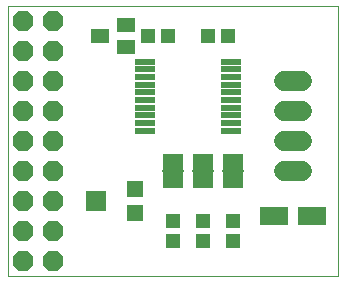
<source format=gbs>
G75*
G70*
%OFA0B0*%
%FSLAX24Y24*%
%IPPOS*%
%LPD*%
%AMOC8*
5,1,8,0,0,1.08239X$1,22.5*
%
%ADD10C,0.0000*%
%ADD11R,0.0671X0.0237*%
%ADD12R,0.0631X0.0474*%
%ADD13R,0.0513X0.0474*%
%ADD14R,0.0474X0.0513*%
%ADD15R,0.0710X0.0540*%
%ADD16R,0.0720X0.0060*%
%ADD17C,0.0674*%
%ADD18R,0.0946X0.0631*%
%ADD19R,0.0710X0.0671*%
%ADD20R,0.0552X0.0552*%
%ADD21OC8,0.0680*%
D10*
X000151Y000151D02*
X000151Y009151D01*
X011151Y009151D01*
X011151Y000151D01*
X000151Y000151D01*
D11*
X004724Y005000D03*
X004724Y005256D03*
X004724Y005511D03*
X004724Y005767D03*
X004724Y006023D03*
X004724Y006279D03*
X004724Y006535D03*
X004724Y006791D03*
X004724Y007047D03*
X004724Y007303D03*
X007578Y007303D03*
X007578Y007047D03*
X007578Y006791D03*
X007578Y006535D03*
X007578Y006279D03*
X007578Y006023D03*
X007578Y005767D03*
X007578Y005511D03*
X007578Y005256D03*
X007578Y005000D03*
D12*
X004084Y007777D03*
X004084Y008525D03*
X003218Y008151D03*
D13*
X006817Y008151D03*
X007486Y008151D03*
X007651Y001986D03*
X007651Y001317D03*
X006651Y001317D03*
X006651Y001986D03*
X005651Y001986D03*
X005651Y001317D03*
D14*
X005486Y008151D03*
X004817Y008151D03*
D15*
X005651Y003951D03*
X005651Y003351D03*
X006651Y003351D03*
X006651Y003951D03*
X007651Y003951D03*
X007651Y003351D03*
D16*
X007651Y003651D03*
X006651Y003651D03*
X005651Y003651D03*
D17*
X009354Y003651D02*
X009948Y003651D01*
X009948Y004651D02*
X009354Y004651D01*
X009354Y005651D02*
X009948Y005651D01*
X009948Y006651D02*
X009354Y006651D01*
D18*
X009021Y002151D03*
X010281Y002151D03*
D19*
X003061Y002651D03*
D20*
X004370Y002257D03*
X004370Y003045D03*
D21*
X001651Y002651D03*
X000651Y002651D03*
X000651Y001651D03*
X001651Y001651D03*
X001651Y000651D03*
X000651Y000651D03*
X000651Y003651D03*
X001651Y003651D03*
X001651Y004651D03*
X000651Y004651D03*
X000651Y005651D03*
X001651Y005651D03*
X001651Y006651D03*
X000651Y006651D03*
X000651Y007651D03*
X001651Y007651D03*
X001651Y008651D03*
X000651Y008651D03*
M02*

</source>
